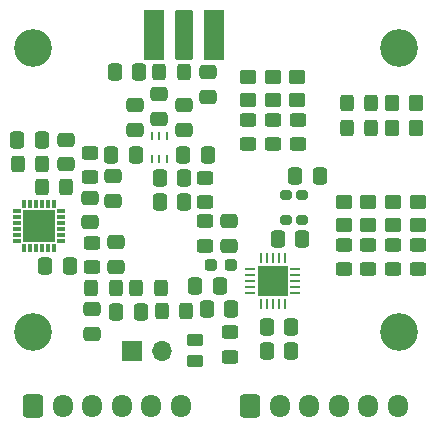
<source format=gbr>
%TF.GenerationSoftware,KiCad,Pcbnew,8.0.8*%
%TF.CreationDate,2025-02-12T11:11:18-05:00*%
%TF.ProjectId,high-power-module,68696768-2d70-46f7-9765-722d6d6f6475,rev?*%
%TF.SameCoordinates,Original*%
%TF.FileFunction,Soldermask,Top*%
%TF.FilePolarity,Negative*%
%FSLAX46Y46*%
G04 Gerber Fmt 4.6, Leading zero omitted, Abs format (unit mm)*
G04 Created by KiCad (PCBNEW 8.0.8) date 2025-02-12 11:11:18*
%MOMM*%
%LPD*%
G01*
G04 APERTURE LIST*
G04 Aperture macros list*
%AMRoundRect*
0 Rectangle with rounded corners*
0 $1 Rounding radius*
0 $2 $3 $4 $5 $6 $7 $8 $9 X,Y pos of 4 corners*
0 Add a 4 corners polygon primitive as box body*
4,1,4,$2,$3,$4,$5,$6,$7,$8,$9,$2,$3,0*
0 Add four circle primitives for the rounded corners*
1,1,$1+$1,$2,$3*
1,1,$1+$1,$4,$5*
1,1,$1+$1,$6,$7*
1,1,$1+$1,$8,$9*
0 Add four rect primitives between the rounded corners*
20,1,$1+$1,$2,$3,$4,$5,0*
20,1,$1+$1,$4,$5,$6,$7,0*
20,1,$1+$1,$6,$7,$8,$9,0*
20,1,$1+$1,$8,$9,$2,$3,0*%
G04 Aperture macros list end*
%ADD10RoundRect,0.250000X-0.325000X-0.450000X0.325000X-0.450000X0.325000X0.450000X-0.325000X0.450000X0*%
%ADD11RoundRect,0.250000X-0.450000X0.325000X-0.450000X-0.325000X0.450000X-0.325000X0.450000X0.325000X0*%
%ADD12RoundRect,0.250000X0.337500X0.475000X-0.337500X0.475000X-0.337500X-0.475000X0.337500X-0.475000X0*%
%ADD13RoundRect,0.250000X0.475000X-0.337500X0.475000X0.337500X-0.475000X0.337500X-0.475000X-0.337500X0*%
%ADD14RoundRect,0.250000X0.325000X0.450000X-0.325000X0.450000X-0.325000X-0.450000X0.325000X-0.450000X0*%
%ADD15RoundRect,0.250000X-0.475000X0.337500X-0.475000X-0.337500X0.475000X-0.337500X0.475000X0.337500X0*%
%ADD16RoundRect,0.250000X0.450000X-0.350000X0.450000X0.350000X-0.450000X0.350000X-0.450000X-0.350000X0*%
%ADD17RoundRect,0.250000X-0.337500X-0.475000X0.337500X-0.475000X0.337500X0.475000X-0.337500X0.475000X0*%
%ADD18RoundRect,0.250000X-0.450000X0.262500X-0.450000X-0.262500X0.450000X-0.262500X0.450000X0.262500X0*%
%ADD19RoundRect,0.250000X-0.350000X-0.450000X0.350000X-0.450000X0.350000X0.450000X-0.350000X0.450000X0*%
%ADD20RoundRect,0.237500X-0.287500X-0.237500X0.287500X-0.237500X0.287500X0.237500X-0.287500X0.237500X0*%
%ADD21RoundRect,0.250000X0.450000X-0.325000X0.450000X0.325000X-0.450000X0.325000X-0.450000X-0.325000X0*%
%ADD22RoundRect,0.200000X-0.300000X0.200000X-0.300000X-0.200000X0.300000X-0.200000X0.300000X0.200000X0*%
%ADD23C,3.200000*%
%ADD24R,1.700000X1.700000*%
%ADD25O,1.700000X1.700000*%
%ADD26RoundRect,0.062500X0.062500X-0.262500X0.062500X0.262500X-0.062500X0.262500X-0.062500X-0.262500X0*%
%ADD27RoundRect,0.101600X-0.635000X-2.032000X0.635000X-2.032000X0.635000X2.032000X-0.635000X2.032000X0*%
%ADD28RoundRect,0.101600X-0.762000X-2.032000X0.762000X-2.032000X0.762000X2.032000X-0.762000X2.032000X0*%
%ADD29O,0.380000X0.700000*%
%ADD30O,0.700000X0.380000*%
%ADD31C,0.500000*%
%ADD32R,2.700000X2.700000*%
%ADD33RoundRect,0.250000X-0.600000X-0.725000X0.600000X-0.725000X0.600000X0.725000X-0.600000X0.725000X0*%
%ADD34O,1.700000X1.950000*%
%ADD35RoundRect,0.062500X-0.362500X-0.062500X0.362500X-0.062500X0.362500X0.062500X-0.362500X0.062500X0*%
%ADD36RoundRect,0.062500X-0.062500X-0.362500X0.062500X-0.362500X0.062500X0.362500X-0.062500X0.362500X0*%
%ADD37R,2.600000X2.600000*%
G04 APERTURE END LIST*
D10*
%TO.C,L3*%
X128650000Y-85200000D03*
X130700000Y-85200000D03*
%TD*%
D11*
%TO.C,CS1*%
X154200000Y-90150000D03*
X154200000Y-92200000D03*
%TD*%
D12*
%TO.C,CM6*%
X140700000Y-86500000D03*
X138625000Y-86500000D03*
%TD*%
D11*
%TO.C,GPIO3*%
X148200000Y-79575000D03*
X148200000Y-81625000D03*
%TD*%
D13*
%TO.C,CM4*%
X134900000Y-92000000D03*
X134900000Y-89925000D03*
%TD*%
D14*
%TO.C,LM2*%
X134900000Y-93800000D03*
X132850000Y-93800000D03*
%TD*%
D15*
%TO.C,C8*%
X136500000Y-78325000D03*
X136500000Y-80400000D03*
%TD*%
D11*
%TO.C,SDN1*%
X146100000Y-79575000D03*
X146100000Y-81625000D03*
%TD*%
D16*
%TO.C,R6*%
X150250000Y-77900000D03*
X150250000Y-75900000D03*
%TD*%
D14*
%TO.C,3V3*%
X156525000Y-80200000D03*
X154475000Y-80200000D03*
%TD*%
%TO.C,LM4*%
X138700000Y-93800000D03*
X136650000Y-93800000D03*
%TD*%
D11*
%TO.C,GPIO1*%
X158400000Y-90150000D03*
X158400000Y-92200000D03*
%TD*%
D17*
%TO.C,CB3*%
X148625000Y-89600000D03*
X150700000Y-89600000D03*
%TD*%
D12*
%TO.C,CM3*%
X137037500Y-95800000D03*
X134962500Y-95800000D03*
%TD*%
D18*
%TO.C,R14*%
X141600000Y-98175000D03*
X141600000Y-100000000D03*
%TD*%
D19*
%TO.C,R12*%
X158300000Y-80200000D03*
X160300000Y-80200000D03*
%TD*%
D20*
%TO.C,LR1*%
X142950000Y-91800000D03*
X144700000Y-91800000D03*
%TD*%
D21*
%TO.C,LR2*%
X142500000Y-90200000D03*
X142500000Y-88150000D03*
%TD*%
D15*
%TO.C,CM5*%
X132900000Y-95600000D03*
X132900000Y-97675000D03*
%TD*%
D11*
%TO.C,IRQ1*%
X156300000Y-90150000D03*
X156300000Y-92200000D03*
%TD*%
D22*
%TO.C,TCXO1*%
X149300000Y-85900000D03*
X149300000Y-88000000D03*
X150700000Y-88000000D03*
X150700000Y-85900000D03*
%TD*%
D23*
%TO.C,H4*%
X127900000Y-97500000D03*
%TD*%
D16*
%TO.C,R10*%
X156300000Y-88475000D03*
X156300000Y-86475000D03*
%TD*%
D24*
%TO.C,J4*%
X136260000Y-99100000D03*
D25*
X138800000Y-99100000D03*
%TD*%
D13*
%TO.C,CR2*%
X144500000Y-90200000D03*
X144500000Y-88125000D03*
%TD*%
D11*
%TO.C,GPIO2*%
X150300000Y-79575000D03*
X150300000Y-81625000D03*
%TD*%
D26*
%TO.C,RFS1*%
X137950000Y-82900000D03*
X138600000Y-82900000D03*
X139250000Y-82900000D03*
X139250000Y-80900000D03*
X138600000Y-80900000D03*
X137950000Y-80900000D03*
%TD*%
D12*
%TO.C,CM1*%
X136900000Y-75500000D03*
X134825000Y-75500000D03*
%TD*%
D23*
%TO.C,H1*%
X127900000Y-73500000D03*
%TD*%
D17*
%TO.C,CD1*%
X150125000Y-84300000D03*
X152200000Y-84300000D03*
%TD*%
D13*
%TO.C,C9*%
X140700000Y-80400000D03*
X140700000Y-78325000D03*
%TD*%
D16*
%TO.C,R5*%
X148200000Y-77900000D03*
X148200000Y-75900000D03*
%TD*%
%TO.C,R9*%
X154200000Y-88475000D03*
X154200000Y-86475000D03*
%TD*%
D12*
%TO.C,CM7*%
X140700000Y-84500000D03*
X138625000Y-84500000D03*
%TD*%
D27*
%TO.C,J2*%
X140660000Y-72400000D03*
D28*
X143200000Y-72400000D03*
X138120000Y-72400000D03*
%TD*%
D14*
%TO.C,L0*%
X140850000Y-95700000D03*
X138800000Y-95700000D03*
%TD*%
D29*
%TO.C,PA1*%
X127160000Y-90440000D03*
X127660000Y-90440000D03*
X128160000Y-90440000D03*
X128660000Y-90440000D03*
X129160000Y-90440000D03*
X129660000Y-90440000D03*
D30*
X130300000Y-89800000D03*
X130300000Y-89300000D03*
X130300000Y-88800000D03*
X130300000Y-88300000D03*
X130300000Y-87800000D03*
X130300000Y-87300000D03*
D29*
X129660000Y-86660000D03*
X129160000Y-86660000D03*
X128660000Y-86660000D03*
X128160000Y-86660000D03*
X127660000Y-86660000D03*
X127160000Y-86660000D03*
D30*
X126520000Y-87300000D03*
X126520000Y-87800000D03*
X126520000Y-88300000D03*
X126520000Y-88800000D03*
X126520000Y-89300000D03*
X126520000Y-89800000D03*
D31*
X127450000Y-89510000D03*
X128090000Y-89510000D03*
X128730000Y-89510000D03*
X129370000Y-89510000D03*
X127450000Y-88870000D03*
X128090000Y-88870000D03*
X128730000Y-88870000D03*
X129370000Y-88870000D03*
D32*
X128410000Y-88550000D03*
D31*
X127450000Y-88230000D03*
X128090000Y-88230000D03*
X128730000Y-88230000D03*
X129370000Y-88230000D03*
X127450000Y-87590000D03*
X128090000Y-87590000D03*
X128730000Y-87590000D03*
X129370000Y-87590000D03*
%TD*%
D11*
%TO.C,GPIO0*%
X160500000Y-90150000D03*
X160500000Y-92200000D03*
%TD*%
D17*
%TO.C,C2*%
X128925000Y-91900000D03*
X131000000Y-91900000D03*
%TD*%
D15*
%TO.C,CM2*%
X142700000Y-75500000D03*
X142700000Y-77575000D03*
%TD*%
D13*
%TO.C,CB4*%
X138600000Y-79437500D03*
X138600000Y-77362500D03*
%TD*%
D17*
%TO.C,CD3*%
X147700000Y-99100000D03*
X149775000Y-99100000D03*
%TD*%
%TO.C,C5*%
X126575000Y-81250000D03*
X128650000Y-81250000D03*
%TD*%
%TO.C,CD2*%
X147700000Y-97100000D03*
X149775000Y-97100000D03*
%TD*%
D16*
%TO.C,R11*%
X146100000Y-77900000D03*
X146100000Y-75900000D03*
%TD*%
D14*
%TO.C,5V1*%
X156525000Y-78100000D03*
X154475000Y-78100000D03*
%TD*%
D17*
%TO.C,CR1*%
X141625000Y-93600000D03*
X143700000Y-93600000D03*
%TD*%
D33*
%TO.C,J3*%
X127900000Y-103800000D03*
D34*
X130400000Y-103800000D03*
X132900000Y-103800000D03*
X135400000Y-103800000D03*
X137900000Y-103800000D03*
X140400000Y-103800000D03*
%TD*%
D13*
%TO.C,C6*%
X132700000Y-88200000D03*
X132700000Y-86125000D03*
%TD*%
D21*
%TO.C,LM6*%
X132700000Y-84400000D03*
X132700000Y-82350000D03*
%TD*%
D33*
%TO.C,J1*%
X146300000Y-103800000D03*
D34*
X148800000Y-103800000D03*
X151300000Y-103800000D03*
X153800000Y-103800000D03*
X156300000Y-103800000D03*
X158800000Y-103800000D03*
%TD*%
D12*
%TO.C,CB1*%
X136600000Y-82500000D03*
X134525000Y-82500000D03*
%TD*%
D35*
%TO.C,U1*%
X146275000Y-92175000D03*
X146275000Y-92675000D03*
X146275000Y-93175000D03*
X146275000Y-93675000D03*
X146275000Y-94175000D03*
D36*
X147200000Y-95100000D03*
X147700000Y-95100000D03*
X148200000Y-95100000D03*
X148700000Y-95100000D03*
X149200000Y-95100000D03*
D35*
X150125000Y-94175000D03*
X150125000Y-93675000D03*
X150125000Y-93175000D03*
X150125000Y-92675000D03*
X150125000Y-92175000D03*
D36*
X149200000Y-91250000D03*
X148700000Y-91250000D03*
X148200000Y-91250000D03*
X147700000Y-91250000D03*
X147200000Y-91250000D03*
D37*
X148200000Y-93175000D03*
%TD*%
D23*
%TO.C,H2*%
X158900000Y-73500000D03*
%TD*%
%TO.C,H3*%
X158900000Y-97500000D03*
%TD*%
D11*
%TO.C,L1*%
X132900000Y-89950000D03*
X132900000Y-92000000D03*
%TD*%
D12*
%TO.C,C0*%
X144700000Y-95600000D03*
X142625000Y-95600000D03*
%TD*%
%TO.C,CB2*%
X142700000Y-82500000D03*
X140625000Y-82500000D03*
%TD*%
D16*
%TO.C,R8*%
X160500000Y-88475000D03*
X160500000Y-86475000D03*
%TD*%
D10*
%TO.C,L2*%
X126600000Y-83250000D03*
X128650000Y-83250000D03*
%TD*%
D21*
%TO.C,LM5*%
X142500000Y-86500000D03*
X142500000Y-84450000D03*
%TD*%
D19*
%TO.C,R4*%
X158300000Y-78100000D03*
X160300000Y-78100000D03*
%TD*%
D16*
%TO.C,R7*%
X158400000Y-88475000D03*
X158400000Y-86475000D03*
%TD*%
D21*
%TO.C,LChoke1*%
X144600000Y-99600000D03*
X144600000Y-97550000D03*
%TD*%
D10*
%TO.C,LM1*%
X138600000Y-75500000D03*
X140650000Y-75500000D03*
%TD*%
D13*
%TO.C,CM8*%
X130700000Y-83300000D03*
X130700000Y-81225000D03*
%TD*%
D15*
%TO.C,CM9*%
X134700000Y-84325000D03*
X134700000Y-86400000D03*
%TD*%
M02*

</source>
